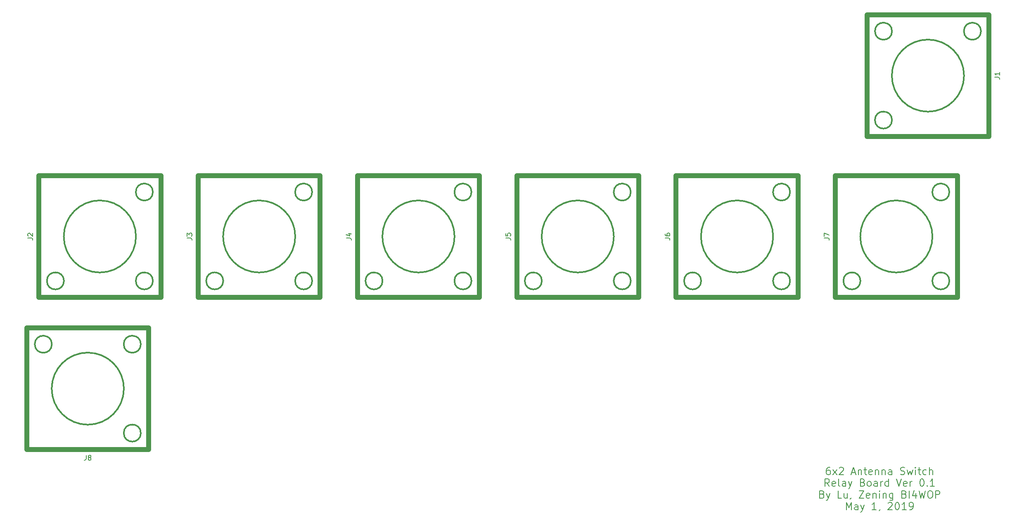
<source format=gbr>
%TF.GenerationSoftware,KiCad,Pcbnew,(6.0.0-rc1-dev-882-gdbc9130da)*%
%TF.CreationDate,2019-08-28T17:07:57+08:00*%
%TF.ProjectId,AntennaSwitch_6x2_RelayBoard,416E74656E6E615377697463685F3678,rev?*%
%TF.SameCoordinates,Original*%
%TF.FileFunction,Legend,Top*%
%TF.FilePolarity,Positive*%
%FSLAX46Y46*%
G04 Gerber Fmt 4.6, Leading zero omitted, Abs format (unit mm)*
G04 Created by KiCad (PCBNEW (6.0.0-rc1-dev-882-gdbc9130da)) date 2019/8/28 17:07:57*
%MOMM*%
%LPD*%
G01*
G04 APERTURE LIST*
%ADD10C,0.150000*%
%ADD11C,0.300000*%
%ADD12C,1.000000*%
G04 APERTURE END LIST*
D10*
X216099714Y-143914571D02*
X215814000Y-143914571D01*
X215671142Y-143986000D01*
X215599714Y-144057428D01*
X215456857Y-144271714D01*
X215385428Y-144557428D01*
X215385428Y-145128857D01*
X215456857Y-145271714D01*
X215528285Y-145343142D01*
X215671142Y-145414571D01*
X215956857Y-145414571D01*
X216099714Y-145343142D01*
X216171142Y-145271714D01*
X216242571Y-145128857D01*
X216242571Y-144771714D01*
X216171142Y-144628857D01*
X216099714Y-144557428D01*
X215956857Y-144486000D01*
X215671142Y-144486000D01*
X215528285Y-144557428D01*
X215456857Y-144628857D01*
X215385428Y-144771714D01*
X216742571Y-145414571D02*
X217528285Y-144414571D01*
X216742571Y-144414571D02*
X217528285Y-145414571D01*
X218028285Y-144057428D02*
X218099714Y-143986000D01*
X218242571Y-143914571D01*
X218599714Y-143914571D01*
X218742571Y-143986000D01*
X218814000Y-144057428D01*
X218885428Y-144200285D01*
X218885428Y-144343142D01*
X218814000Y-144557428D01*
X217956857Y-145414571D01*
X218885428Y-145414571D01*
X220599714Y-144986000D02*
X221314000Y-144986000D01*
X220456857Y-145414571D02*
X220956857Y-143914571D01*
X221456857Y-145414571D01*
X221956857Y-144414571D02*
X221956857Y-145414571D01*
X221956857Y-144557428D02*
X222028285Y-144486000D01*
X222171142Y-144414571D01*
X222385428Y-144414571D01*
X222528285Y-144486000D01*
X222599714Y-144628857D01*
X222599714Y-145414571D01*
X223099714Y-144414571D02*
X223671142Y-144414571D01*
X223314000Y-143914571D02*
X223314000Y-145200285D01*
X223385428Y-145343142D01*
X223528285Y-145414571D01*
X223671142Y-145414571D01*
X224742571Y-145343142D02*
X224599714Y-145414571D01*
X224314000Y-145414571D01*
X224171142Y-145343142D01*
X224099714Y-145200285D01*
X224099714Y-144628857D01*
X224171142Y-144486000D01*
X224314000Y-144414571D01*
X224599714Y-144414571D01*
X224742571Y-144486000D01*
X224814000Y-144628857D01*
X224814000Y-144771714D01*
X224099714Y-144914571D01*
X225456857Y-144414571D02*
X225456857Y-145414571D01*
X225456857Y-144557428D02*
X225528285Y-144486000D01*
X225671142Y-144414571D01*
X225885428Y-144414571D01*
X226028285Y-144486000D01*
X226099714Y-144628857D01*
X226099714Y-145414571D01*
X226814000Y-144414571D02*
X226814000Y-145414571D01*
X226814000Y-144557428D02*
X226885428Y-144486000D01*
X227028285Y-144414571D01*
X227242571Y-144414571D01*
X227385428Y-144486000D01*
X227456857Y-144628857D01*
X227456857Y-145414571D01*
X228814000Y-145414571D02*
X228814000Y-144628857D01*
X228742571Y-144486000D01*
X228599714Y-144414571D01*
X228314000Y-144414571D01*
X228171142Y-144486000D01*
X228814000Y-145343142D02*
X228671142Y-145414571D01*
X228314000Y-145414571D01*
X228171142Y-145343142D01*
X228099714Y-145200285D01*
X228099714Y-145057428D01*
X228171142Y-144914571D01*
X228314000Y-144843142D01*
X228671142Y-144843142D01*
X228814000Y-144771714D01*
X230599714Y-145343142D02*
X230814000Y-145414571D01*
X231171142Y-145414571D01*
X231314000Y-145343142D01*
X231385428Y-145271714D01*
X231456857Y-145128857D01*
X231456857Y-144986000D01*
X231385428Y-144843142D01*
X231314000Y-144771714D01*
X231171142Y-144700285D01*
X230885428Y-144628857D01*
X230742571Y-144557428D01*
X230671142Y-144486000D01*
X230599714Y-144343142D01*
X230599714Y-144200285D01*
X230671142Y-144057428D01*
X230742571Y-143986000D01*
X230885428Y-143914571D01*
X231242571Y-143914571D01*
X231456857Y-143986000D01*
X231956857Y-144414571D02*
X232242571Y-145414571D01*
X232528285Y-144700285D01*
X232814000Y-145414571D01*
X233099714Y-144414571D01*
X233671142Y-145414571D02*
X233671142Y-144414571D01*
X233671142Y-143914571D02*
X233599714Y-143986000D01*
X233671142Y-144057428D01*
X233742571Y-143986000D01*
X233671142Y-143914571D01*
X233671142Y-144057428D01*
X234171142Y-144414571D02*
X234742571Y-144414571D01*
X234385428Y-143914571D02*
X234385428Y-145200285D01*
X234456857Y-145343142D01*
X234599714Y-145414571D01*
X234742571Y-145414571D01*
X235885428Y-145343142D02*
X235742571Y-145414571D01*
X235456857Y-145414571D01*
X235314000Y-145343142D01*
X235242571Y-145271714D01*
X235171142Y-145128857D01*
X235171142Y-144700285D01*
X235242571Y-144557428D01*
X235314000Y-144486000D01*
X235456857Y-144414571D01*
X235742571Y-144414571D01*
X235885428Y-144486000D01*
X236528285Y-145414571D02*
X236528285Y-143914571D01*
X237171142Y-145414571D02*
X237171142Y-144628857D01*
X237099714Y-144486000D01*
X236956857Y-144414571D01*
X236742571Y-144414571D01*
X236599714Y-144486000D01*
X236528285Y-144557428D01*
X215992571Y-147814571D02*
X215492571Y-147100285D01*
X215135428Y-147814571D02*
X215135428Y-146314571D01*
X215706857Y-146314571D01*
X215849714Y-146386000D01*
X215921142Y-146457428D01*
X215992571Y-146600285D01*
X215992571Y-146814571D01*
X215921142Y-146957428D01*
X215849714Y-147028857D01*
X215706857Y-147100285D01*
X215135428Y-147100285D01*
X217206857Y-147743142D02*
X217064000Y-147814571D01*
X216778285Y-147814571D01*
X216635428Y-147743142D01*
X216564000Y-147600285D01*
X216564000Y-147028857D01*
X216635428Y-146886000D01*
X216778285Y-146814571D01*
X217064000Y-146814571D01*
X217206857Y-146886000D01*
X217278285Y-147028857D01*
X217278285Y-147171714D01*
X216564000Y-147314571D01*
X218135428Y-147814571D02*
X217992571Y-147743142D01*
X217921142Y-147600285D01*
X217921142Y-146314571D01*
X219349714Y-147814571D02*
X219349714Y-147028857D01*
X219278285Y-146886000D01*
X219135428Y-146814571D01*
X218849714Y-146814571D01*
X218706857Y-146886000D01*
X219349714Y-147743142D02*
X219206857Y-147814571D01*
X218849714Y-147814571D01*
X218706857Y-147743142D01*
X218635428Y-147600285D01*
X218635428Y-147457428D01*
X218706857Y-147314571D01*
X218849714Y-147243142D01*
X219206857Y-147243142D01*
X219349714Y-147171714D01*
X219921142Y-146814571D02*
X220278285Y-147814571D01*
X220635428Y-146814571D02*
X220278285Y-147814571D01*
X220135428Y-148171714D01*
X220064000Y-148243142D01*
X219921142Y-148314571D01*
X222849714Y-147028857D02*
X223064000Y-147100285D01*
X223135428Y-147171714D01*
X223206857Y-147314571D01*
X223206857Y-147528857D01*
X223135428Y-147671714D01*
X223064000Y-147743142D01*
X222921142Y-147814571D01*
X222349714Y-147814571D01*
X222349714Y-146314571D01*
X222849714Y-146314571D01*
X222992571Y-146386000D01*
X223064000Y-146457428D01*
X223135428Y-146600285D01*
X223135428Y-146743142D01*
X223064000Y-146886000D01*
X222992571Y-146957428D01*
X222849714Y-147028857D01*
X222349714Y-147028857D01*
X224064000Y-147814571D02*
X223921142Y-147743142D01*
X223849714Y-147671714D01*
X223778285Y-147528857D01*
X223778285Y-147100285D01*
X223849714Y-146957428D01*
X223921142Y-146886000D01*
X224064000Y-146814571D01*
X224278285Y-146814571D01*
X224421142Y-146886000D01*
X224492571Y-146957428D01*
X224564000Y-147100285D01*
X224564000Y-147528857D01*
X224492571Y-147671714D01*
X224421142Y-147743142D01*
X224278285Y-147814571D01*
X224064000Y-147814571D01*
X225849714Y-147814571D02*
X225849714Y-147028857D01*
X225778285Y-146886000D01*
X225635428Y-146814571D01*
X225349714Y-146814571D01*
X225206857Y-146886000D01*
X225849714Y-147743142D02*
X225706857Y-147814571D01*
X225349714Y-147814571D01*
X225206857Y-147743142D01*
X225135428Y-147600285D01*
X225135428Y-147457428D01*
X225206857Y-147314571D01*
X225349714Y-147243142D01*
X225706857Y-147243142D01*
X225849714Y-147171714D01*
X226563999Y-147814571D02*
X226563999Y-146814571D01*
X226563999Y-147100285D02*
X226635428Y-146957428D01*
X226706857Y-146886000D01*
X226849714Y-146814571D01*
X226992571Y-146814571D01*
X228135428Y-147814571D02*
X228135428Y-146314571D01*
X228135428Y-147743142D02*
X227992571Y-147814571D01*
X227706857Y-147814571D01*
X227564000Y-147743142D01*
X227492571Y-147671714D01*
X227421142Y-147528857D01*
X227421142Y-147100285D01*
X227492571Y-146957428D01*
X227564000Y-146886000D01*
X227706857Y-146814571D01*
X227992571Y-146814571D01*
X228135428Y-146886000D01*
X229778285Y-146314571D02*
X230278285Y-147814571D01*
X230778285Y-146314571D01*
X231849714Y-147743142D02*
X231706857Y-147814571D01*
X231421142Y-147814571D01*
X231278285Y-147743142D01*
X231206857Y-147600285D01*
X231206857Y-147028857D01*
X231278285Y-146886000D01*
X231421142Y-146814571D01*
X231706857Y-146814571D01*
X231849714Y-146886000D01*
X231921142Y-147028857D01*
X231921142Y-147171714D01*
X231206857Y-147314571D01*
X232564000Y-147814571D02*
X232564000Y-146814571D01*
X232564000Y-147100285D02*
X232635428Y-146957428D01*
X232706857Y-146886000D01*
X232849714Y-146814571D01*
X232992571Y-146814571D01*
X234921142Y-146314571D02*
X235064000Y-146314571D01*
X235206857Y-146386000D01*
X235278285Y-146457428D01*
X235349714Y-146600285D01*
X235421142Y-146886000D01*
X235421142Y-147243142D01*
X235349714Y-147528857D01*
X235278285Y-147671714D01*
X235206857Y-147743142D01*
X235064000Y-147814571D01*
X234921142Y-147814571D01*
X234778285Y-147743142D01*
X234706857Y-147671714D01*
X234635428Y-147528857D01*
X234564000Y-147243142D01*
X234564000Y-146886000D01*
X234635428Y-146600285D01*
X234706857Y-146457428D01*
X234778285Y-146386000D01*
X234921142Y-146314571D01*
X236064000Y-147671714D02*
X236135428Y-147743142D01*
X236064000Y-147814571D01*
X235992571Y-147743142D01*
X236064000Y-147671714D01*
X236064000Y-147814571D01*
X237563999Y-147814571D02*
X236706857Y-147814571D01*
X237135428Y-147814571D02*
X237135428Y-146314571D01*
X236992571Y-146528857D01*
X236849714Y-146671714D01*
X236706857Y-146743142D01*
X214528285Y-149428857D02*
X214742571Y-149500285D01*
X214814000Y-149571714D01*
X214885428Y-149714571D01*
X214885428Y-149928857D01*
X214814000Y-150071714D01*
X214742571Y-150143142D01*
X214599714Y-150214571D01*
X214028285Y-150214571D01*
X214028285Y-148714571D01*
X214528285Y-148714571D01*
X214671142Y-148786000D01*
X214742571Y-148857428D01*
X214814000Y-149000285D01*
X214814000Y-149143142D01*
X214742571Y-149286000D01*
X214671142Y-149357428D01*
X214528285Y-149428857D01*
X214028285Y-149428857D01*
X215385428Y-149214571D02*
X215742571Y-150214571D01*
X216099714Y-149214571D02*
X215742571Y-150214571D01*
X215599714Y-150571714D01*
X215528285Y-150643142D01*
X215385428Y-150714571D01*
X218528285Y-150214571D02*
X217814000Y-150214571D01*
X217814000Y-148714571D01*
X219671142Y-149214571D02*
X219671142Y-150214571D01*
X219028285Y-149214571D02*
X219028285Y-150000285D01*
X219099714Y-150143142D01*
X219242571Y-150214571D01*
X219456857Y-150214571D01*
X219599714Y-150143142D01*
X219671142Y-150071714D01*
X220456857Y-150143142D02*
X220456857Y-150214571D01*
X220385428Y-150357428D01*
X220314000Y-150428857D01*
X222099714Y-148714571D02*
X223099714Y-148714571D01*
X222099714Y-150214571D01*
X223099714Y-150214571D01*
X224242571Y-150143142D02*
X224099714Y-150214571D01*
X223814000Y-150214571D01*
X223671142Y-150143142D01*
X223599714Y-150000285D01*
X223599714Y-149428857D01*
X223671142Y-149286000D01*
X223814000Y-149214571D01*
X224099714Y-149214571D01*
X224242571Y-149286000D01*
X224314000Y-149428857D01*
X224314000Y-149571714D01*
X223599714Y-149714571D01*
X224956857Y-149214571D02*
X224956857Y-150214571D01*
X224956857Y-149357428D02*
X225028285Y-149286000D01*
X225171142Y-149214571D01*
X225385428Y-149214571D01*
X225528285Y-149286000D01*
X225599714Y-149428857D01*
X225599714Y-150214571D01*
X226314000Y-150214571D02*
X226314000Y-149214571D01*
X226314000Y-148714571D02*
X226242571Y-148786000D01*
X226314000Y-148857428D01*
X226385428Y-148786000D01*
X226314000Y-148714571D01*
X226314000Y-148857428D01*
X227028285Y-149214571D02*
X227028285Y-150214571D01*
X227028285Y-149357428D02*
X227099714Y-149286000D01*
X227242571Y-149214571D01*
X227456857Y-149214571D01*
X227599714Y-149286000D01*
X227671142Y-149428857D01*
X227671142Y-150214571D01*
X229028285Y-149214571D02*
X229028285Y-150428857D01*
X228956857Y-150571714D01*
X228885428Y-150643142D01*
X228742571Y-150714571D01*
X228528285Y-150714571D01*
X228385428Y-150643142D01*
X229028285Y-150143142D02*
X228885428Y-150214571D01*
X228599714Y-150214571D01*
X228456857Y-150143142D01*
X228385428Y-150071714D01*
X228314000Y-149928857D01*
X228314000Y-149500285D01*
X228385428Y-149357428D01*
X228456857Y-149286000D01*
X228599714Y-149214571D01*
X228885428Y-149214571D01*
X229028285Y-149286000D01*
X231385428Y-149428857D02*
X231599714Y-149500285D01*
X231671142Y-149571714D01*
X231742571Y-149714571D01*
X231742571Y-149928857D01*
X231671142Y-150071714D01*
X231599714Y-150143142D01*
X231456857Y-150214571D01*
X230885428Y-150214571D01*
X230885428Y-148714571D01*
X231385428Y-148714571D01*
X231528285Y-148786000D01*
X231599714Y-148857428D01*
X231671142Y-149000285D01*
X231671142Y-149143142D01*
X231599714Y-149286000D01*
X231528285Y-149357428D01*
X231385428Y-149428857D01*
X230885428Y-149428857D01*
X232385428Y-150214571D02*
X232385428Y-148714571D01*
X233742571Y-149214571D02*
X233742571Y-150214571D01*
X233385428Y-148643142D02*
X233028285Y-149714571D01*
X233956857Y-149714571D01*
X234385428Y-148714571D02*
X234742571Y-150214571D01*
X235028285Y-149143142D01*
X235314000Y-150214571D01*
X235671142Y-148714571D01*
X236528285Y-148714571D02*
X236814000Y-148714571D01*
X236956857Y-148786000D01*
X237099714Y-148928857D01*
X237171142Y-149214571D01*
X237171142Y-149714571D01*
X237099714Y-150000285D01*
X236956857Y-150143142D01*
X236814000Y-150214571D01*
X236528285Y-150214571D01*
X236385428Y-150143142D01*
X236242571Y-150000285D01*
X236171142Y-149714571D01*
X236171142Y-149214571D01*
X236242571Y-148928857D01*
X236385428Y-148786000D01*
X236528285Y-148714571D01*
X237814000Y-150214571D02*
X237814000Y-148714571D01*
X238385428Y-148714571D01*
X238528285Y-148786000D01*
X238599714Y-148857428D01*
X238671142Y-149000285D01*
X238671142Y-149214571D01*
X238599714Y-149357428D01*
X238528285Y-149428857D01*
X238385428Y-149500285D01*
X237814000Y-149500285D01*
X219492571Y-152614571D02*
X219492571Y-151114571D01*
X219992571Y-152186000D01*
X220492571Y-151114571D01*
X220492571Y-152614571D01*
X221849714Y-152614571D02*
X221849714Y-151828857D01*
X221778285Y-151686000D01*
X221635428Y-151614571D01*
X221349714Y-151614571D01*
X221206857Y-151686000D01*
X221849714Y-152543142D02*
X221706857Y-152614571D01*
X221349714Y-152614571D01*
X221206857Y-152543142D01*
X221135428Y-152400285D01*
X221135428Y-152257428D01*
X221206857Y-152114571D01*
X221349714Y-152043142D01*
X221706857Y-152043142D01*
X221849714Y-151971714D01*
X222421142Y-151614571D02*
X222778285Y-152614571D01*
X223135428Y-151614571D02*
X222778285Y-152614571D01*
X222635428Y-152971714D01*
X222564000Y-153043142D01*
X222421142Y-153114571D01*
X225635428Y-152614571D02*
X224778285Y-152614571D01*
X225206857Y-152614571D02*
X225206857Y-151114571D01*
X225064000Y-151328857D01*
X224921142Y-151471714D01*
X224778285Y-151543142D01*
X226349714Y-152543142D02*
X226349714Y-152614571D01*
X226278285Y-152757428D01*
X226206857Y-152828857D01*
X228064000Y-151257428D02*
X228135428Y-151186000D01*
X228278285Y-151114571D01*
X228635428Y-151114571D01*
X228778285Y-151186000D01*
X228849714Y-151257428D01*
X228921142Y-151400285D01*
X228921142Y-151543142D01*
X228849714Y-151757428D01*
X227992571Y-152614571D01*
X228921142Y-152614571D01*
X229849714Y-151114571D02*
X229992571Y-151114571D01*
X230135428Y-151186000D01*
X230206857Y-151257428D01*
X230278285Y-151400285D01*
X230349714Y-151686000D01*
X230349714Y-152043142D01*
X230278285Y-152328857D01*
X230206857Y-152471714D01*
X230135428Y-152543142D01*
X229992571Y-152614571D01*
X229849714Y-152614571D01*
X229706857Y-152543142D01*
X229635428Y-152471714D01*
X229564000Y-152328857D01*
X229492571Y-152043142D01*
X229492571Y-151686000D01*
X229564000Y-151400285D01*
X229635428Y-151257428D01*
X229706857Y-151186000D01*
X229849714Y-151114571D01*
X231778285Y-152614571D02*
X230921142Y-152614571D01*
X231349714Y-152614571D02*
X231349714Y-151114571D01*
X231206857Y-151328857D01*
X231064000Y-151471714D01*
X230921142Y-151543142D01*
X232492571Y-152614571D02*
X232778285Y-152614571D01*
X232921142Y-152543142D01*
X232992571Y-152471714D01*
X233135428Y-152257428D01*
X233206857Y-151971714D01*
X233206857Y-151400285D01*
X233135428Y-151257428D01*
X233064000Y-151186000D01*
X232921142Y-151114571D01*
X232635428Y-151114571D01*
X232492571Y-151186000D01*
X232421142Y-151257428D01*
X232349714Y-151400285D01*
X232349714Y-151757428D01*
X232421142Y-151900285D01*
X232492571Y-151971714D01*
X232635428Y-152043142D01*
X232921142Y-152043142D01*
X233064000Y-151971714D01*
X233135428Y-151900285D01*
X233206857Y-151757428D01*
D11*
X73821000Y-96520000D02*
G75*
G03X73821000Y-96520000I-7400000J0D01*
G01*
X59051000Y-105640000D02*
G75*
G03X59051000Y-105640000I-1750000J0D01*
G01*
X77291000Y-105640000D02*
G75*
G03X77291000Y-105640000I-1750000J0D01*
G01*
X77291000Y-87400000D02*
G75*
G03X77291000Y-87400000I-1750000J0D01*
G01*
D12*
X53921000Y-109020000D02*
X78921000Y-109020000D01*
X78921000Y-109020000D02*
X78921000Y-84020000D01*
X53921000Y-84020000D02*
X78921000Y-84020000D01*
X53921000Y-109020000D02*
X53921000Y-84020000D01*
D11*
X71344500Y-127762000D02*
G75*
G03X71344500Y-127762000I-7400000J0D01*
G01*
X74814500Y-136882000D02*
G75*
G03X74814500Y-136882000I-1750000J0D01*
G01*
X74814500Y-118642000D02*
G75*
G03X74814500Y-118642000I-1750000J0D01*
G01*
X56574500Y-118642000D02*
G75*
G03X56574500Y-118642000I-1750000J0D01*
G01*
D12*
X76444500Y-140262000D02*
X76444500Y-115262000D01*
X76444500Y-115262000D02*
X51444500Y-115262000D01*
X51444500Y-140262000D02*
X51444500Y-115262000D01*
X76444500Y-140262000D02*
X51444500Y-140262000D01*
D11*
X237143000Y-96520000D02*
G75*
G03X237143000Y-96520000I-7400000J0D01*
G01*
X222373000Y-105640000D02*
G75*
G03X222373000Y-105640000I-1750000J0D01*
G01*
X240613000Y-105640000D02*
G75*
G03X240613000Y-105640000I-1750000J0D01*
G01*
X240613000Y-87400000D02*
G75*
G03X240613000Y-87400000I-1750000J0D01*
G01*
D12*
X217243000Y-109020000D02*
X242243000Y-109020000D01*
X242243000Y-109020000D02*
X242243000Y-84020000D01*
X217243000Y-84020000D02*
X242243000Y-84020000D01*
X217243000Y-109020000D02*
X217243000Y-84020000D01*
D11*
X204478600Y-96520000D02*
G75*
G03X204478600Y-96520000I-7400000J0D01*
G01*
X189708600Y-105640000D02*
G75*
G03X189708600Y-105640000I-1750000J0D01*
G01*
X207948600Y-105640000D02*
G75*
G03X207948600Y-105640000I-1750000J0D01*
G01*
X207948600Y-87400000D02*
G75*
G03X207948600Y-87400000I-1750000J0D01*
G01*
D12*
X184578600Y-109020000D02*
X209578600Y-109020000D01*
X209578600Y-109020000D02*
X209578600Y-84020000D01*
X184578600Y-84020000D02*
X209578600Y-84020000D01*
X184578600Y-109020000D02*
X184578600Y-84020000D01*
D11*
X171814200Y-96520000D02*
G75*
G03X171814200Y-96520000I-7400000J0D01*
G01*
X157044200Y-105640000D02*
G75*
G03X157044200Y-105640000I-1750000J0D01*
G01*
X175284200Y-105640000D02*
G75*
G03X175284200Y-105640000I-1750000J0D01*
G01*
X175284200Y-87400000D02*
G75*
G03X175284200Y-87400000I-1750000J0D01*
G01*
D12*
X151914200Y-109020000D02*
X176914200Y-109020000D01*
X176914200Y-109020000D02*
X176914200Y-84020000D01*
X151914200Y-84020000D02*
X176914200Y-84020000D01*
X151914200Y-109020000D02*
X151914200Y-84020000D01*
D11*
X139149800Y-96520000D02*
G75*
G03X139149800Y-96520000I-7400000J0D01*
G01*
X124379800Y-105640000D02*
G75*
G03X124379800Y-105640000I-1750000J0D01*
G01*
X142619800Y-105640000D02*
G75*
G03X142619800Y-105640000I-1750000J0D01*
G01*
X142619800Y-87400000D02*
G75*
G03X142619800Y-87400000I-1750000J0D01*
G01*
D12*
X119249800Y-109020000D02*
X144249800Y-109020000D01*
X144249800Y-109020000D02*
X144249800Y-84020000D01*
X119249800Y-84020000D02*
X144249800Y-84020000D01*
X119249800Y-109020000D02*
X119249800Y-84020000D01*
D11*
X106485400Y-96520000D02*
G75*
G03X106485400Y-96520000I-7400000J0D01*
G01*
X91715400Y-105640000D02*
G75*
G03X91715400Y-105640000I-1750000J0D01*
G01*
X109955400Y-105640000D02*
G75*
G03X109955400Y-105640000I-1750000J0D01*
G01*
X109955400Y-87400000D02*
G75*
G03X109955400Y-87400000I-1750000J0D01*
G01*
D12*
X86585400Y-109020000D02*
X111585400Y-109020000D01*
X111585400Y-109020000D02*
X111585400Y-84020000D01*
X86585400Y-84020000D02*
X111585400Y-84020000D01*
X86585400Y-109020000D02*
X86585400Y-84020000D01*
D11*
X243620000Y-63500000D02*
G75*
G03X243620000Y-63500000I-7400000J0D01*
G01*
X247090000Y-54380000D02*
G75*
G03X247090000Y-54380000I-1750000J0D01*
G01*
X228850000Y-54380000D02*
G75*
G03X228850000Y-54380000I-1750000J0D01*
G01*
X228850000Y-72620000D02*
G75*
G03X228850000Y-72620000I-1750000J0D01*
G01*
D12*
X248720000Y-51000000D02*
X223720000Y-51000000D01*
X223720000Y-51000000D02*
X223720000Y-76000000D01*
X248720000Y-76000000D02*
X223720000Y-76000000D01*
X248720000Y-51000000D02*
X248720000Y-76000000D01*
D10*
X51649380Y-96853333D02*
X52363666Y-96853333D01*
X52506523Y-96900952D01*
X52601761Y-96996190D01*
X52649380Y-97139047D01*
X52649380Y-97234285D01*
X51744619Y-96424761D02*
X51697000Y-96377142D01*
X51649380Y-96281904D01*
X51649380Y-96043809D01*
X51697000Y-95948571D01*
X51744619Y-95900952D01*
X51839857Y-95853333D01*
X51935095Y-95853333D01*
X52077952Y-95900952D01*
X52649380Y-96472380D01*
X52649380Y-95853333D01*
X63611166Y-141438380D02*
X63611166Y-142152666D01*
X63563547Y-142295523D01*
X63468309Y-142390761D01*
X63325452Y-142438380D01*
X63230214Y-142438380D01*
X64230214Y-141866952D02*
X64134976Y-141819333D01*
X64087357Y-141771714D01*
X64039738Y-141676476D01*
X64039738Y-141628857D01*
X64087357Y-141533619D01*
X64134976Y-141486000D01*
X64230214Y-141438380D01*
X64420690Y-141438380D01*
X64515928Y-141486000D01*
X64563547Y-141533619D01*
X64611166Y-141628857D01*
X64611166Y-141676476D01*
X64563547Y-141771714D01*
X64515928Y-141819333D01*
X64420690Y-141866952D01*
X64230214Y-141866952D01*
X64134976Y-141914571D01*
X64087357Y-141962190D01*
X64039738Y-142057428D01*
X64039738Y-142247904D01*
X64087357Y-142343142D01*
X64134976Y-142390761D01*
X64230214Y-142438380D01*
X64420690Y-142438380D01*
X64515928Y-142390761D01*
X64563547Y-142343142D01*
X64611166Y-142247904D01*
X64611166Y-142057428D01*
X64563547Y-141962190D01*
X64515928Y-141914571D01*
X64420690Y-141866952D01*
X214971380Y-96853333D02*
X215685666Y-96853333D01*
X215828523Y-96900952D01*
X215923761Y-96996190D01*
X215971380Y-97139047D01*
X215971380Y-97234285D01*
X214971380Y-96472380D02*
X214971380Y-95805714D01*
X215971380Y-96234285D01*
X182306980Y-96853333D02*
X183021266Y-96853333D01*
X183164123Y-96900952D01*
X183259361Y-96996190D01*
X183306980Y-97139047D01*
X183306980Y-97234285D01*
X182306980Y-95948571D02*
X182306980Y-96139047D01*
X182354600Y-96234285D01*
X182402219Y-96281904D01*
X182545076Y-96377142D01*
X182735552Y-96424761D01*
X183116504Y-96424761D01*
X183211742Y-96377142D01*
X183259361Y-96329523D01*
X183306980Y-96234285D01*
X183306980Y-96043809D01*
X183259361Y-95948571D01*
X183211742Y-95900952D01*
X183116504Y-95853333D01*
X182878409Y-95853333D01*
X182783171Y-95900952D01*
X182735552Y-95948571D01*
X182687933Y-96043809D01*
X182687933Y-96234285D01*
X182735552Y-96329523D01*
X182783171Y-96377142D01*
X182878409Y-96424761D01*
X149642580Y-96853333D02*
X150356866Y-96853333D01*
X150499723Y-96900952D01*
X150594961Y-96996190D01*
X150642580Y-97139047D01*
X150642580Y-97234285D01*
X149642580Y-95900952D02*
X149642580Y-96377142D01*
X150118771Y-96424761D01*
X150071152Y-96377142D01*
X150023533Y-96281904D01*
X150023533Y-96043809D01*
X150071152Y-95948571D01*
X150118771Y-95900952D01*
X150214009Y-95853333D01*
X150452104Y-95853333D01*
X150547342Y-95900952D01*
X150594961Y-95948571D01*
X150642580Y-96043809D01*
X150642580Y-96281904D01*
X150594961Y-96377142D01*
X150547342Y-96424761D01*
X116978180Y-96853333D02*
X117692466Y-96853333D01*
X117835323Y-96900952D01*
X117930561Y-96996190D01*
X117978180Y-97139047D01*
X117978180Y-97234285D01*
X117311514Y-95948571D02*
X117978180Y-95948571D01*
X116930561Y-96186666D02*
X117644847Y-96424761D01*
X117644847Y-95805714D01*
X84313780Y-96853333D02*
X85028066Y-96853333D01*
X85170923Y-96900952D01*
X85266161Y-96996190D01*
X85313780Y-97139047D01*
X85313780Y-97234285D01*
X84313780Y-96472380D02*
X84313780Y-95853333D01*
X84694733Y-96186666D01*
X84694733Y-96043809D01*
X84742352Y-95948571D01*
X84789971Y-95900952D01*
X84885209Y-95853333D01*
X85123304Y-95853333D01*
X85218542Y-95900952D01*
X85266161Y-95948571D01*
X85313780Y-96043809D01*
X85313780Y-96329523D01*
X85266161Y-96424761D01*
X85218542Y-96472380D01*
X249896380Y-63833333D02*
X250610666Y-63833333D01*
X250753523Y-63880952D01*
X250848761Y-63976190D01*
X250896380Y-64119047D01*
X250896380Y-64214285D01*
X250896380Y-62833333D02*
X250896380Y-63404761D01*
X250896380Y-63119047D02*
X249896380Y-63119047D01*
X250039238Y-63214285D01*
X250134476Y-63309523D01*
X250182095Y-63404761D01*
M02*

</source>
